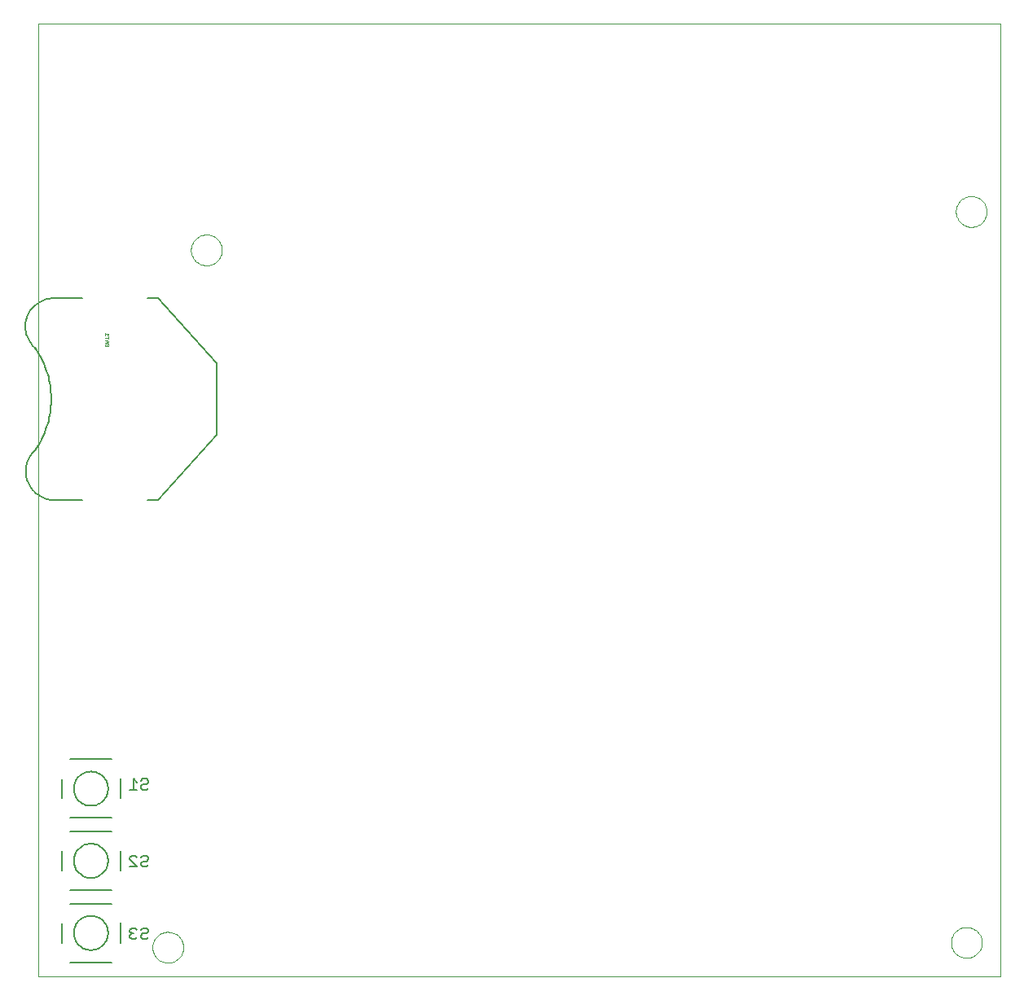
<source format=gbo>
G75*
%MOIN*%
%OFA0B0*%
%FSLAX24Y24*%
%IPPOS*%
%LPD*%
%AMOC8*
5,1,8,0,0,1.08239X$1,22.5*
%
%ADD10C,0.0000*%
%ADD11C,0.0080*%
%ADD12C,0.0010*%
%ADD13C,0.0050*%
D10*
X000927Y000574D02*
X000927Y039550D01*
X040297Y039550D01*
X040297Y000574D01*
X000927Y000574D01*
X005612Y001755D02*
X005614Y001805D01*
X005620Y001855D01*
X005630Y001904D01*
X005644Y001952D01*
X005661Y001999D01*
X005682Y002044D01*
X005707Y002088D01*
X005735Y002129D01*
X005767Y002168D01*
X005801Y002205D01*
X005838Y002239D01*
X005878Y002269D01*
X005920Y002296D01*
X005964Y002320D01*
X006010Y002341D01*
X006057Y002357D01*
X006105Y002370D01*
X006155Y002379D01*
X006204Y002384D01*
X006255Y002385D01*
X006305Y002382D01*
X006354Y002375D01*
X006403Y002364D01*
X006451Y002349D01*
X006497Y002331D01*
X006542Y002309D01*
X006585Y002283D01*
X006626Y002254D01*
X006665Y002222D01*
X006701Y002187D01*
X006733Y002149D01*
X006763Y002109D01*
X006790Y002066D01*
X006813Y002022D01*
X006832Y001976D01*
X006848Y001928D01*
X006860Y001879D01*
X006868Y001830D01*
X006872Y001780D01*
X006872Y001730D01*
X006868Y001680D01*
X006860Y001631D01*
X006848Y001582D01*
X006832Y001534D01*
X006813Y001488D01*
X006790Y001444D01*
X006763Y001401D01*
X006733Y001361D01*
X006701Y001323D01*
X006665Y001288D01*
X006626Y001256D01*
X006585Y001227D01*
X006542Y001201D01*
X006497Y001179D01*
X006451Y001161D01*
X006403Y001146D01*
X006354Y001135D01*
X006305Y001128D01*
X006255Y001125D01*
X006204Y001126D01*
X006155Y001131D01*
X006105Y001140D01*
X006057Y001153D01*
X006010Y001169D01*
X005964Y001190D01*
X005920Y001214D01*
X005878Y001241D01*
X005838Y001271D01*
X005801Y001305D01*
X005767Y001342D01*
X005735Y001381D01*
X005707Y001422D01*
X005682Y001466D01*
X005661Y001511D01*
X005644Y001558D01*
X005630Y001606D01*
X005620Y001655D01*
X005614Y001705D01*
X005612Y001755D01*
X007187Y030298D02*
X007189Y030348D01*
X007195Y030398D01*
X007205Y030447D01*
X007219Y030495D01*
X007236Y030542D01*
X007257Y030587D01*
X007282Y030631D01*
X007310Y030672D01*
X007342Y030711D01*
X007376Y030748D01*
X007413Y030782D01*
X007453Y030812D01*
X007495Y030839D01*
X007539Y030863D01*
X007585Y030884D01*
X007632Y030900D01*
X007680Y030913D01*
X007730Y030922D01*
X007779Y030927D01*
X007830Y030928D01*
X007880Y030925D01*
X007929Y030918D01*
X007978Y030907D01*
X008026Y030892D01*
X008072Y030874D01*
X008117Y030852D01*
X008160Y030826D01*
X008201Y030797D01*
X008240Y030765D01*
X008276Y030730D01*
X008308Y030692D01*
X008338Y030652D01*
X008365Y030609D01*
X008388Y030565D01*
X008407Y030519D01*
X008423Y030471D01*
X008435Y030422D01*
X008443Y030373D01*
X008447Y030323D01*
X008447Y030273D01*
X008443Y030223D01*
X008435Y030174D01*
X008423Y030125D01*
X008407Y030077D01*
X008388Y030031D01*
X008365Y029987D01*
X008338Y029944D01*
X008308Y029904D01*
X008276Y029866D01*
X008240Y029831D01*
X008201Y029799D01*
X008160Y029770D01*
X008117Y029744D01*
X008072Y029722D01*
X008026Y029704D01*
X007978Y029689D01*
X007929Y029678D01*
X007880Y029671D01*
X007830Y029668D01*
X007779Y029669D01*
X007730Y029674D01*
X007680Y029683D01*
X007632Y029696D01*
X007585Y029712D01*
X007539Y029733D01*
X007495Y029757D01*
X007453Y029784D01*
X007413Y029814D01*
X007376Y029848D01*
X007342Y029885D01*
X007310Y029924D01*
X007282Y029965D01*
X007257Y030009D01*
X007236Y030054D01*
X007219Y030101D01*
X007205Y030149D01*
X007195Y030198D01*
X007189Y030248D01*
X007187Y030298D01*
X038486Y031873D02*
X038488Y031923D01*
X038494Y031973D01*
X038504Y032022D01*
X038518Y032070D01*
X038535Y032117D01*
X038556Y032162D01*
X038581Y032206D01*
X038609Y032247D01*
X038641Y032286D01*
X038675Y032323D01*
X038712Y032357D01*
X038752Y032387D01*
X038794Y032414D01*
X038838Y032438D01*
X038884Y032459D01*
X038931Y032475D01*
X038979Y032488D01*
X039029Y032497D01*
X039078Y032502D01*
X039129Y032503D01*
X039179Y032500D01*
X039228Y032493D01*
X039277Y032482D01*
X039325Y032467D01*
X039371Y032449D01*
X039416Y032427D01*
X039459Y032401D01*
X039500Y032372D01*
X039539Y032340D01*
X039575Y032305D01*
X039607Y032267D01*
X039637Y032227D01*
X039664Y032184D01*
X039687Y032140D01*
X039706Y032094D01*
X039722Y032046D01*
X039734Y031997D01*
X039742Y031948D01*
X039746Y031898D01*
X039746Y031848D01*
X039742Y031798D01*
X039734Y031749D01*
X039722Y031700D01*
X039706Y031652D01*
X039687Y031606D01*
X039664Y031562D01*
X039637Y031519D01*
X039607Y031479D01*
X039575Y031441D01*
X039539Y031406D01*
X039500Y031374D01*
X039459Y031345D01*
X039416Y031319D01*
X039371Y031297D01*
X039325Y031279D01*
X039277Y031264D01*
X039228Y031253D01*
X039179Y031246D01*
X039129Y031243D01*
X039078Y031244D01*
X039029Y031249D01*
X038979Y031258D01*
X038931Y031271D01*
X038884Y031287D01*
X038838Y031308D01*
X038794Y031332D01*
X038752Y031359D01*
X038712Y031389D01*
X038675Y031423D01*
X038641Y031460D01*
X038609Y031499D01*
X038581Y031540D01*
X038556Y031584D01*
X038535Y031629D01*
X038518Y031676D01*
X038504Y031724D01*
X038494Y031773D01*
X038488Y031823D01*
X038486Y031873D01*
X038290Y001952D02*
X038292Y002002D01*
X038298Y002052D01*
X038308Y002101D01*
X038322Y002149D01*
X038339Y002196D01*
X038360Y002241D01*
X038385Y002285D01*
X038413Y002326D01*
X038445Y002365D01*
X038479Y002402D01*
X038516Y002436D01*
X038556Y002466D01*
X038598Y002493D01*
X038642Y002517D01*
X038688Y002538D01*
X038735Y002554D01*
X038783Y002567D01*
X038833Y002576D01*
X038882Y002581D01*
X038933Y002582D01*
X038983Y002579D01*
X039032Y002572D01*
X039081Y002561D01*
X039129Y002546D01*
X039175Y002528D01*
X039220Y002506D01*
X039263Y002480D01*
X039304Y002451D01*
X039343Y002419D01*
X039379Y002384D01*
X039411Y002346D01*
X039441Y002306D01*
X039468Y002263D01*
X039491Y002219D01*
X039510Y002173D01*
X039526Y002125D01*
X039538Y002076D01*
X039546Y002027D01*
X039550Y001977D01*
X039550Y001927D01*
X039546Y001877D01*
X039538Y001828D01*
X039526Y001779D01*
X039510Y001731D01*
X039491Y001685D01*
X039468Y001641D01*
X039441Y001598D01*
X039411Y001558D01*
X039379Y001520D01*
X039343Y001485D01*
X039304Y001453D01*
X039263Y001424D01*
X039220Y001398D01*
X039175Y001376D01*
X039129Y001358D01*
X039081Y001343D01*
X039032Y001332D01*
X038983Y001325D01*
X038933Y001322D01*
X038882Y001323D01*
X038833Y001328D01*
X038783Y001337D01*
X038735Y001350D01*
X038688Y001366D01*
X038642Y001387D01*
X038598Y001411D01*
X038556Y001438D01*
X038516Y001468D01*
X038479Y001502D01*
X038445Y001539D01*
X038413Y001578D01*
X038385Y001619D01*
X038360Y001663D01*
X038339Y001708D01*
X038322Y001755D01*
X038308Y001803D01*
X038298Y001852D01*
X038292Y001902D01*
X038290Y001952D01*
D11*
X008238Y022739D02*
X005849Y020062D01*
X005416Y020062D01*
X002738Y020062D02*
X001597Y020062D01*
X001596Y020062D02*
X001529Y020064D01*
X001463Y020071D01*
X001396Y020081D01*
X001331Y020095D01*
X001266Y020112D01*
X001202Y020133D01*
X001140Y020158D01*
X001079Y020186D01*
X001020Y020218D01*
X000962Y020253D01*
X000907Y020291D01*
X000854Y020333D01*
X000804Y020377D01*
X000756Y020424D01*
X000711Y020474D01*
X000669Y020526D01*
X000630Y020580D01*
X000594Y020637D01*
X000561Y020695D01*
X000531Y020756D01*
X000506Y020818D01*
X000483Y020881D01*
X000465Y020946D01*
X000450Y021011D01*
X000438Y021077D01*
X000431Y021144D01*
X000427Y021211D01*
X000428Y021278D01*
X000432Y021345D01*
X000439Y021412D01*
X000451Y021478D01*
X000466Y021543D01*
X000485Y021607D01*
X000508Y021671D01*
X000534Y021732D01*
X000564Y021793D01*
X000597Y021851D01*
X000633Y021907D01*
X000673Y021962D01*
X000715Y022014D01*
X000761Y022063D01*
X000809Y022110D01*
X000809Y022109D02*
X000876Y022209D01*
X000940Y022311D01*
X001001Y022414D01*
X001058Y022520D01*
X001111Y022627D01*
X001161Y022737D01*
X001208Y022848D01*
X001251Y022960D01*
X001289Y023073D01*
X001325Y023188D01*
X001356Y023304D01*
X001384Y023421D01*
X001407Y023539D01*
X001427Y023657D01*
X001443Y023776D01*
X001455Y023896D01*
X001463Y024016D01*
X001467Y024136D01*
X001467Y024256D01*
X001463Y024376D01*
X001455Y024496D01*
X001443Y024616D01*
X001427Y024735D01*
X001407Y024853D01*
X001384Y024971D01*
X001356Y025088D01*
X001325Y025204D01*
X001289Y025319D01*
X001251Y025432D01*
X001208Y025544D01*
X001161Y025655D01*
X001111Y025765D01*
X001058Y025872D01*
X001001Y025978D01*
X000940Y026081D01*
X000876Y026183D01*
X000809Y026283D01*
X000809Y026282D02*
X000760Y026329D01*
X000713Y026377D01*
X000669Y026429D01*
X000628Y026483D01*
X000590Y026539D01*
X000556Y026598D01*
X000525Y026658D01*
X000497Y026720D01*
X000474Y026783D01*
X000454Y026848D01*
X000437Y026914D01*
X000425Y026981D01*
X000416Y027048D01*
X000412Y027115D01*
X000411Y027183D01*
X000414Y027251D01*
X000422Y027318D01*
X000433Y027385D01*
X000448Y027451D01*
X000466Y027516D01*
X000489Y027580D01*
X000515Y027643D01*
X000545Y027704D01*
X000578Y027763D01*
X000615Y027820D01*
X000654Y027875D01*
X000697Y027927D01*
X000743Y027977D01*
X000792Y028024D01*
X000843Y028068D01*
X000897Y028109D01*
X000953Y028147D01*
X001012Y028182D01*
X001072Y028213D01*
X001134Y028241D01*
X001197Y028265D01*
X001262Y028285D01*
X001327Y028302D01*
X001394Y028314D01*
X001461Y028323D01*
X001529Y028328D01*
X001596Y028329D01*
X001597Y028330D02*
X002738Y028330D01*
X005416Y028330D02*
X005849Y028330D01*
X008238Y025652D01*
X008238Y022739D01*
X003943Y009451D02*
X002243Y009451D01*
X001893Y008644D02*
X001893Y007851D01*
X002243Y007051D02*
X003943Y007051D01*
X003943Y006498D02*
X002243Y006498D01*
X001893Y005691D02*
X001893Y004898D01*
X002243Y004098D02*
X003943Y004098D01*
X003943Y003545D02*
X002243Y003545D01*
X001893Y002738D02*
X001893Y001945D01*
X002243Y001145D02*
X003943Y001145D01*
X004293Y001945D02*
X004293Y002750D01*
X002393Y002345D02*
X002395Y002397D01*
X002401Y002449D01*
X002411Y002501D01*
X002424Y002551D01*
X002441Y002601D01*
X002462Y002649D01*
X002487Y002695D01*
X002515Y002739D01*
X002546Y002781D01*
X002580Y002821D01*
X002617Y002858D01*
X002657Y002892D01*
X002699Y002923D01*
X002743Y002951D01*
X002789Y002976D01*
X002837Y002997D01*
X002887Y003014D01*
X002937Y003027D01*
X002989Y003037D01*
X003041Y003043D01*
X003093Y003045D01*
X003145Y003043D01*
X003197Y003037D01*
X003249Y003027D01*
X003299Y003014D01*
X003349Y002997D01*
X003397Y002976D01*
X003443Y002951D01*
X003487Y002923D01*
X003529Y002892D01*
X003569Y002858D01*
X003606Y002821D01*
X003640Y002781D01*
X003671Y002739D01*
X003699Y002695D01*
X003724Y002649D01*
X003745Y002601D01*
X003762Y002551D01*
X003775Y002501D01*
X003785Y002449D01*
X003791Y002397D01*
X003793Y002345D01*
X003791Y002293D01*
X003785Y002241D01*
X003775Y002189D01*
X003762Y002139D01*
X003745Y002089D01*
X003724Y002041D01*
X003699Y001995D01*
X003671Y001951D01*
X003640Y001909D01*
X003606Y001869D01*
X003569Y001832D01*
X003529Y001798D01*
X003487Y001767D01*
X003443Y001739D01*
X003397Y001714D01*
X003349Y001693D01*
X003299Y001676D01*
X003249Y001663D01*
X003197Y001653D01*
X003145Y001647D01*
X003093Y001645D01*
X003041Y001647D01*
X002989Y001653D01*
X002937Y001663D01*
X002887Y001676D01*
X002837Y001693D01*
X002789Y001714D01*
X002743Y001739D01*
X002699Y001767D01*
X002657Y001798D01*
X002617Y001832D01*
X002580Y001869D01*
X002546Y001909D01*
X002515Y001951D01*
X002487Y001995D01*
X002462Y002041D01*
X002441Y002089D01*
X002424Y002139D01*
X002411Y002189D01*
X002401Y002241D01*
X002395Y002293D01*
X002393Y002345D01*
X004293Y004898D02*
X004293Y005703D01*
X002393Y005298D02*
X002395Y005350D01*
X002401Y005402D01*
X002411Y005454D01*
X002424Y005504D01*
X002441Y005554D01*
X002462Y005602D01*
X002487Y005648D01*
X002515Y005692D01*
X002546Y005734D01*
X002580Y005774D01*
X002617Y005811D01*
X002657Y005845D01*
X002699Y005876D01*
X002743Y005904D01*
X002789Y005929D01*
X002837Y005950D01*
X002887Y005967D01*
X002937Y005980D01*
X002989Y005990D01*
X003041Y005996D01*
X003093Y005998D01*
X003145Y005996D01*
X003197Y005990D01*
X003249Y005980D01*
X003299Y005967D01*
X003349Y005950D01*
X003397Y005929D01*
X003443Y005904D01*
X003487Y005876D01*
X003529Y005845D01*
X003569Y005811D01*
X003606Y005774D01*
X003640Y005734D01*
X003671Y005692D01*
X003699Y005648D01*
X003724Y005602D01*
X003745Y005554D01*
X003762Y005504D01*
X003775Y005454D01*
X003785Y005402D01*
X003791Y005350D01*
X003793Y005298D01*
X003791Y005246D01*
X003785Y005194D01*
X003775Y005142D01*
X003762Y005092D01*
X003745Y005042D01*
X003724Y004994D01*
X003699Y004948D01*
X003671Y004904D01*
X003640Y004862D01*
X003606Y004822D01*
X003569Y004785D01*
X003529Y004751D01*
X003487Y004720D01*
X003443Y004692D01*
X003397Y004667D01*
X003349Y004646D01*
X003299Y004629D01*
X003249Y004616D01*
X003197Y004606D01*
X003145Y004600D01*
X003093Y004598D01*
X003041Y004600D01*
X002989Y004606D01*
X002937Y004616D01*
X002887Y004629D01*
X002837Y004646D01*
X002789Y004667D01*
X002743Y004692D01*
X002699Y004720D01*
X002657Y004751D01*
X002617Y004785D01*
X002580Y004822D01*
X002546Y004862D01*
X002515Y004904D01*
X002487Y004948D01*
X002462Y004994D01*
X002441Y005042D01*
X002424Y005092D01*
X002411Y005142D01*
X002401Y005194D01*
X002395Y005246D01*
X002393Y005298D01*
X004293Y007851D02*
X004293Y008656D01*
X002393Y008251D02*
X002395Y008303D01*
X002401Y008355D01*
X002411Y008407D01*
X002424Y008457D01*
X002441Y008507D01*
X002462Y008555D01*
X002487Y008601D01*
X002515Y008645D01*
X002546Y008687D01*
X002580Y008727D01*
X002617Y008764D01*
X002657Y008798D01*
X002699Y008829D01*
X002743Y008857D01*
X002789Y008882D01*
X002837Y008903D01*
X002887Y008920D01*
X002937Y008933D01*
X002989Y008943D01*
X003041Y008949D01*
X003093Y008951D01*
X003145Y008949D01*
X003197Y008943D01*
X003249Y008933D01*
X003299Y008920D01*
X003349Y008903D01*
X003397Y008882D01*
X003443Y008857D01*
X003487Y008829D01*
X003529Y008798D01*
X003569Y008764D01*
X003606Y008727D01*
X003640Y008687D01*
X003671Y008645D01*
X003699Y008601D01*
X003724Y008555D01*
X003745Y008507D01*
X003762Y008457D01*
X003775Y008407D01*
X003785Y008355D01*
X003791Y008303D01*
X003793Y008251D01*
X003791Y008199D01*
X003785Y008147D01*
X003775Y008095D01*
X003762Y008045D01*
X003745Y007995D01*
X003724Y007947D01*
X003699Y007901D01*
X003671Y007857D01*
X003640Y007815D01*
X003606Y007775D01*
X003569Y007738D01*
X003529Y007704D01*
X003487Y007673D01*
X003443Y007645D01*
X003397Y007620D01*
X003349Y007599D01*
X003299Y007582D01*
X003249Y007569D01*
X003197Y007559D01*
X003145Y007553D01*
X003093Y007551D01*
X003041Y007553D01*
X002989Y007559D01*
X002937Y007569D01*
X002887Y007582D01*
X002837Y007599D01*
X002789Y007620D01*
X002743Y007645D01*
X002699Y007673D01*
X002657Y007704D01*
X002617Y007738D01*
X002580Y007775D01*
X002546Y007815D01*
X002515Y007857D01*
X002487Y007901D01*
X002462Y007947D01*
X002441Y007995D01*
X002424Y008045D01*
X002411Y008095D01*
X002401Y008147D01*
X002395Y008199D01*
X002393Y008251D01*
D12*
X003672Y026361D02*
X003672Y026437D01*
X003697Y026462D01*
X003722Y026462D01*
X003747Y026437D01*
X003747Y026361D01*
X003672Y026361D02*
X003822Y026361D01*
X003822Y026437D01*
X003797Y026462D01*
X003772Y026462D01*
X003747Y026437D01*
X003747Y026509D02*
X003747Y026609D01*
X003772Y026609D02*
X003672Y026609D01*
X003672Y026706D02*
X003822Y026706D01*
X003822Y026656D02*
X003822Y026756D01*
X003772Y026803D02*
X003822Y026853D01*
X003672Y026853D01*
X003672Y026803D02*
X003672Y026904D01*
X003772Y026609D02*
X003822Y026559D01*
X003772Y026509D01*
X003672Y026509D01*
D13*
X004835Y008651D02*
X004835Y008201D01*
X004985Y008201D02*
X004685Y008201D01*
X004985Y008501D02*
X004835Y008651D01*
X005145Y008576D02*
X005221Y008651D01*
X005371Y008651D01*
X005446Y008576D01*
X005446Y008501D01*
X005371Y008426D01*
X005221Y008426D01*
X005145Y008351D01*
X005145Y008276D01*
X005221Y008201D01*
X005371Y008201D01*
X005446Y008276D01*
X005371Y005502D02*
X005221Y005502D01*
X005145Y005427D01*
X004985Y005427D02*
X004910Y005502D01*
X004760Y005502D01*
X004685Y005427D01*
X004685Y005352D01*
X004985Y005051D01*
X004685Y005051D01*
X005145Y005127D02*
X005221Y005051D01*
X005371Y005051D01*
X005446Y005127D01*
X005371Y005277D02*
X005221Y005277D01*
X005145Y005202D01*
X005145Y005127D01*
X005371Y005277D02*
X005446Y005352D01*
X005446Y005427D01*
X005371Y005502D01*
X005371Y002549D02*
X005221Y002549D01*
X005145Y002474D01*
X004985Y002474D02*
X004910Y002549D01*
X004760Y002549D01*
X004685Y002474D01*
X004685Y002399D01*
X004760Y002324D01*
X004685Y002249D01*
X004685Y002174D01*
X004760Y002099D01*
X004910Y002099D01*
X004985Y002174D01*
X005145Y002174D02*
X005221Y002099D01*
X005371Y002099D01*
X005446Y002174D01*
X005371Y002324D02*
X005221Y002324D01*
X005145Y002249D01*
X005145Y002174D01*
X005371Y002324D02*
X005446Y002399D01*
X005446Y002474D01*
X005371Y002549D01*
X004835Y002324D02*
X004760Y002324D01*
M02*

</source>
